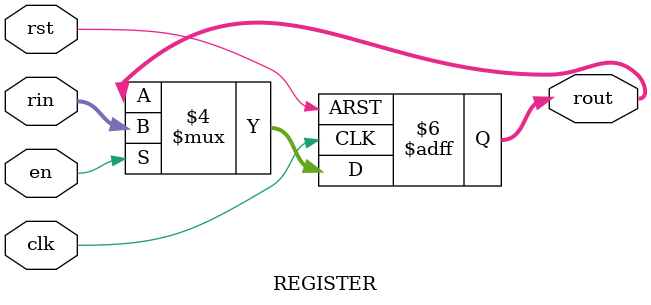
<source format=v>
`timescale 1ns/1ps


module REGISTER_BLOCK
(
    input clk,
    input rst,
    input [7:0] inA,
    input [7:0] inB,
    input [7:0] cu_const,
    input [2:0] in_mux_add,
    input [3:0] out_mux_add,
    input [3:0] reg_add,
    input we,
    input [7:0] alu_out,
    output [7:0] alu_in_a,
    output [7:0] alu_in_b,
    output [7:0] out
);

    wire [15:0] decoder_out;
    wire [7:0] out_mux_out;
    wire [7:0] in_mux_out;
    wire [7:0] re_out0, re_out1, re_out2, re_out3, re_out4, re_out5,re_out6;

    // DECODER instantiation
    DECODER decoder 
    (
        .reg_add(reg_add),
        .we(we),
        .OUT(decoder_out)
    );

    // IN_MUX instantiation
    IN_MUX u_in_mux 
    (
        .D0(inA),
        .D1(inB),
        .D2(cu_const),
        .D3(alu_out),
        .D4(out_mux_out),
        .D5(out_mux_out),
        .D6(out_mux_out),
        .D7(out_mux_out),
        .in_mux_add(in_mux_add),
        .O(in_mux_out)
    );

    // OUT_MUX instantiation
    OUT_MUX u_out_mux 
    (
        .D0(re_out0),
        .D1(re_out1),
        .D2(re_out2),
        .D3(re_out3),
        .D4(re_out4),
        .D5(re_out5),
        .D6(re_out6), // yeniii new control unit ile 
        .D7(8'b0),
        .D8(8'b0),
        .D9(8'b0),
        .D10(8'b0),
        .D11(8'b0),
        .D12(8'b0),
        .D13(8'b0),
        .D14(8'b0),
        .D15(8'b0),
        .out_mux_add(out_mux_add),
        .O(out_mux_out)
    );

    // REGISTER instantiations
    REGISTER reg0
    (
        .clk(clk),
        .rst(rst),
        .rin(in_mux_out),
        .en(decoder_out[0]),
        .rout(re_out0)
    );

    REGISTER reg1
    (
        .clk(clk),
        .rst(rst),
        .rin(in_mux_out),
        .en(decoder_out[1]),
        .rout(re_out1)
    );

    REGISTER reg2
    (
        .clk(clk),
        .rst(rst),
        .rin(in_mux_out),
        .en(decoder_out[2]),
        .rout(re_out2)
    );

    REGISTER reg3
    (
        .clk(clk),
        .rst(rst),
        .rin(in_mux_out),
        .en(decoder_out[3]),
        .rout(re_out3)
    );

    REGISTER reg4
    (
        .clk(clk),
        .rst(rst),
        .rin(in_mux_out),
        .en(decoder_out[4]),
        .rout(re_out4)
    );

    REGISTER reg5
    (
        .clk(clk),
        .rst(rst),
        .rin(in_mux_out),
        .en(decoder_out[5]),
        .rout(re_out5)
    );
	
    REGISTER reg6 // yeniii new control unit ile 
    (
        .clk(clk),
        .rst(rst),
        .rin(in_mux_out),
        .en(decoder_out[6]),
        .rout(re_out6)
    );	

    // Output assignment
    assign alu_in_a = re_out1; 
    assign alu_in_b = re_out2; 
    assign out = re_out0;

endmodule


module DECODER
(
    input [3:0] reg_add,
    input we,                // write enable sinyali
    output [15:0] OUT
);

    reg [15:0] out_reg;

    always @(*)
    begin
        if (we) begin         // we sinyali 1 ise çalışır
            case(reg_add)
                4'b0000: out_reg = 16'b0000_0000_0000_0001;
                4'b0001: out_reg = 16'b0000_0000_0000_0010;
                4'b0010: out_reg = 16'b0000_0000_0000_0100;
                4'b0011: out_reg = 16'b0000_0000_0000_1000;
                4'b0100: out_reg = 16'b0000_0000_0001_0000;
                4'b0101: out_reg = 16'b0000_0000_0010_0000;
                4'b0110: out_reg = 16'b0000_0000_0100_0000;
                4'b0111: out_reg = 16'b0000_0000_1000_0000;
                4'b1000: out_reg = 16'b0000_0001_0000_0000;
                4'b1001: out_reg = 16'b0000_0010_0000_0000;
                4'b1010: out_reg = 16'b0000_0100_0000_0000;
                4'b1011: out_reg = 16'b0000_1000_0000_0000;
                4'b1100: out_reg = 16'b0001_0000_0000_0000;
                4'b1101: out_reg = 16'b0010_0000_0000_0000;
                4'b1110: out_reg = 16'b0100_0000_0000_0000;
                4'b1111: out_reg = 16'b1000_0000_0000_0000;
                default: out_reg = 16'b0000_0000_0000_0000;
            endcase
        end else begin         // we sinyali 0 ise çıkış sıfırlanır
            out_reg = 16'b0000_0000_0000_0000;
        end
    end

    assign OUT = out_reg;

endmodule


module IN_MUX
(
    input [7:0] D0,
    input [7:0] D1,
    input [7:0] D2,
    input [7:0] D3,
    input [7:0] D4,
    input [7:0] D5,
    input [7:0] D6,
    input [7:0] D7,
    input [2:0] in_mux_add, // 3-bit seçim girişi
    output reg [7:0] O      // 8-bit çıkış
);

    always @(*)
    begin
        case (in_mux_add)
            3'b000: O = D0;
            3'b001: O = D1;
            3'b010: O = D2;
            3'b011: O = D3;
            3'b100: O = D4;
            3'b101: O = D5;
            3'b110: O = D6;
            3'b111: O = D7;
            default: O = 8'b0; // Güvenlik için bir default durumu ekledik
        endcase
    end

endmodule


module OUT_MUX
(
    input [7:0] D0,
    input [7:0] D1,
    input [7:0] D2,
    input [7:0] D3,
    input [7:0] D4,
    input [7:0] D5,
    input [7:0] D6,
    input [7:0] D7,
    input [7:0] D8,
    input [7:0] D9,
    input [7:0] D10,
    input [7:0] D11,
    input [7:0] D12,
    input [7:0] D13,
    input [7:0] D14,
    input [7:0] D15,
    input [3:0] out_mux_add, // 4-bit seçim girişi
    output reg [7:0] O       // 8-bit çıkış
);

    always @(*)
    begin
        case (out_mux_add)
            4'b0000: O = D0;
            4'b0001: O = D1;
            4'b0010: O = D2;
            4'b0011: O = D3;
            4'b0100: O = D4;
            4'b0101: O = D5;
            4'b0110: O = D6;
            4'b0111: O = D7;
            4'b1000: O = D8;
            4'b1001: O = D9;
            4'b1010: O = D10;
            4'b1011: O = D11;
            4'b1100: O = D12;
            4'b1101: O = D13;
            4'b1110: O = D14;
            4'b1111: O = D15;
            default: O = 8'b0; // Default durumu, güvenlik için
        endcase
    end

endmodule


module REGISTER
(
	input clk,
	input rst,
	input [7:0] rin,
	input en,
	output reg [7:0] rout
);
	//reg [7:0] data;

	always @( posedge clk or posedge rst) begin

		if (rst == 1'b1) begin
				rout <= 8'b0;
		end
		
		else begin
			if (en == 1'b1) begin
				rout <= rin;
			end	
		end
	end 

endmodule
	
</source>
